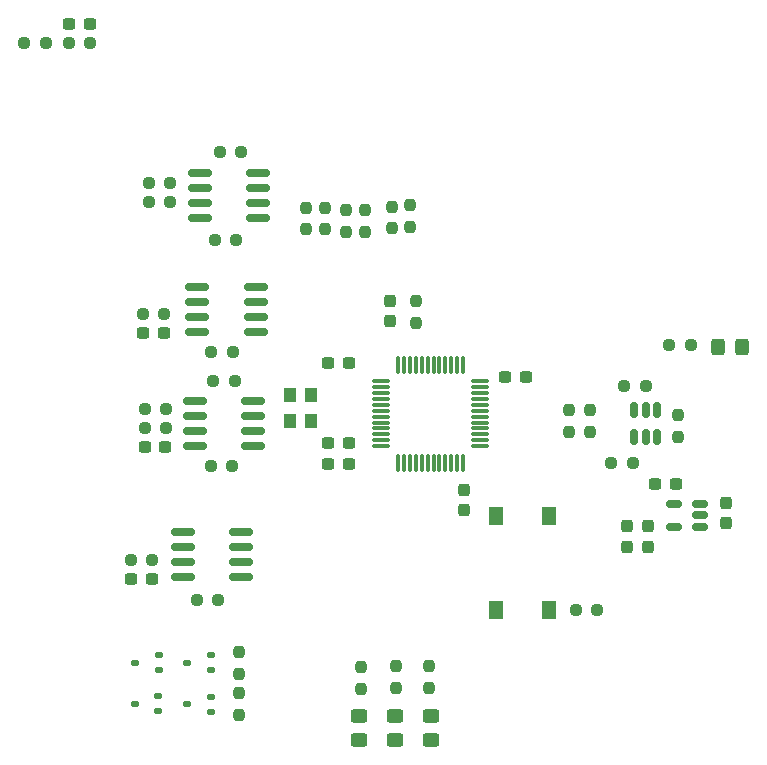
<source format=gbr>
%TF.GenerationSoftware,KiCad,Pcbnew,8.0.0*%
%TF.CreationDate,2024-11-18T17:54:36+03:00*%
%TF.ProjectId,box_bottom,626f785f-626f-4747-946f-6d2e6b696361,rev?*%
%TF.SameCoordinates,Original*%
%TF.FileFunction,Paste,Top*%
%TF.FilePolarity,Positive*%
%FSLAX46Y46*%
G04 Gerber Fmt 4.6, Leading zero omitted, Abs format (unit mm)*
G04 Created by KiCad (PCBNEW 8.0.0) date 2024-11-18 17:54:36*
%MOMM*%
%LPD*%
G01*
G04 APERTURE LIST*
G04 Aperture macros list*
%AMRoundRect*
0 Rectangle with rounded corners*
0 $1 Rounding radius*
0 $2 $3 $4 $5 $6 $7 $8 $9 X,Y pos of 4 corners*
0 Add a 4 corners polygon primitive as box body*
4,1,4,$2,$3,$4,$5,$6,$7,$8,$9,$2,$3,0*
0 Add four circle primitives for the rounded corners*
1,1,$1+$1,$2,$3*
1,1,$1+$1,$4,$5*
1,1,$1+$1,$6,$7*
1,1,$1+$1,$8,$9*
0 Add four rect primitives between the rounded corners*
20,1,$1+$1,$2,$3,$4,$5,0*
20,1,$1+$1,$4,$5,$6,$7,0*
20,1,$1+$1,$6,$7,$8,$9,0*
20,1,$1+$1,$8,$9,$2,$3,0*%
G04 Aperture macros list end*
%ADD10RoundRect,0.112500X0.237500X-0.112500X0.237500X0.112500X-0.237500X0.112500X-0.237500X-0.112500X0*%
%ADD11RoundRect,0.150000X0.150000X-0.512500X0.150000X0.512500X-0.150000X0.512500X-0.150000X-0.512500X0*%
%ADD12RoundRect,0.237500X-0.300000X-0.237500X0.300000X-0.237500X0.300000X0.237500X-0.300000X0.237500X0*%
%ADD13RoundRect,0.237500X0.250000X0.237500X-0.250000X0.237500X-0.250000X-0.237500X0.250000X-0.237500X0*%
%ADD14RoundRect,0.237500X0.237500X-0.250000X0.237500X0.250000X-0.237500X0.250000X-0.237500X-0.250000X0*%
%ADD15RoundRect,0.237500X-0.237500X0.250000X-0.237500X-0.250000X0.237500X-0.250000X0.237500X0.250000X0*%
%ADD16R,1.300000X1.550000*%
%ADD17RoundRect,0.237500X-0.250000X-0.237500X0.250000X-0.237500X0.250000X0.237500X-0.250000X0.237500X0*%
%ADD18RoundRect,0.237500X0.300000X0.237500X-0.300000X0.237500X-0.300000X-0.237500X0.300000X-0.237500X0*%
%ADD19RoundRect,0.150000X0.825000X0.150000X-0.825000X0.150000X-0.825000X-0.150000X0.825000X-0.150000X0*%
%ADD20RoundRect,0.237500X0.237500X-0.300000X0.237500X0.300000X-0.237500X0.300000X-0.237500X-0.300000X0*%
%ADD21RoundRect,0.237500X-0.237500X0.300000X-0.237500X-0.300000X0.237500X-0.300000X0.237500X0.300000X0*%
%ADD22RoundRect,0.150000X0.512500X0.150000X-0.512500X0.150000X-0.512500X-0.150000X0.512500X-0.150000X0*%
%ADD23RoundRect,0.250000X0.450000X-0.325000X0.450000X0.325000X-0.450000X0.325000X-0.450000X-0.325000X0*%
%ADD24RoundRect,0.075000X-0.662500X-0.075000X0.662500X-0.075000X0.662500X0.075000X-0.662500X0.075000X0*%
%ADD25RoundRect,0.075000X-0.075000X-0.662500X0.075000X-0.662500X0.075000X0.662500X-0.075000X0.662500X0*%
%ADD26R,1.000000X1.300000*%
%ADD27RoundRect,0.250000X0.325000X0.450000X-0.325000X0.450000X-0.325000X-0.450000X0.325000X-0.450000X0*%
G04 APERTURE END LIST*
D10*
%TO.C,Q3*%
X202800000Y-132850000D03*
X202800000Y-131550000D03*
X200800000Y-132200000D03*
%TD*%
D11*
%TO.C,U5*%
X238650001Y-109600000D03*
X239600000Y-109600000D03*
X240549999Y-109600000D03*
X240549999Y-107325000D03*
X239600000Y-107325000D03*
X238650001Y-107325000D03*
%TD*%
D12*
%TO.C,C10*%
X227737500Y-104500000D03*
X229462500Y-104500000D03*
%TD*%
D13*
%TO.C,SB5*%
X204800000Y-104799999D03*
X202975000Y-104799999D03*
%TD*%
D14*
%TO.C,R11*%
X233112500Y-109138756D03*
X233112500Y-107313756D03*
%TD*%
D10*
%TO.C,Q1*%
X202800000Y-129337500D03*
X202800000Y-128037500D03*
X200800000Y-128687500D03*
%TD*%
D15*
%TO.C,SB12*%
X212464235Y-90144314D03*
X212464235Y-91969314D03*
%TD*%
D13*
%TO.C,SB1*%
X203425000Y-123400000D03*
X201600000Y-123400000D03*
%TD*%
D16*
%TO.C,SW1*%
X231450000Y-116220000D03*
X231450000Y-124180000D03*
X226950000Y-116220000D03*
X226950000Y-124180000D03*
%TD*%
D17*
%TO.C,R7*%
X197175000Y-108800000D03*
X199000000Y-108800000D03*
%TD*%
D18*
%TO.C,C12*%
X242137499Y-113525003D03*
X240412497Y-113525003D03*
%TD*%
D19*
%TO.C,U2*%
X206800000Y-91070000D03*
X206800000Y-89800000D03*
X206800000Y-88530000D03*
X206800000Y-87260000D03*
X201850000Y-87260000D03*
X201850000Y-88530000D03*
X201850000Y-89800000D03*
X201850000Y-91070000D03*
%TD*%
%TO.C,U3*%
X206362500Y-110305000D03*
X206362500Y-109035000D03*
X206362500Y-107765000D03*
X206362500Y-106495000D03*
X201412500Y-106495000D03*
X201412500Y-107765000D03*
X201412500Y-109035000D03*
X201412500Y-110305000D03*
%TD*%
D14*
%TO.C,R17*%
X215531572Y-130869860D03*
X215531572Y-129044860D03*
%TD*%
D17*
%TO.C,R4*%
X196000001Y-119999999D03*
X197825001Y-119999999D03*
%TD*%
D20*
%TO.C,C9*%
X218000000Y-99762501D03*
X218000000Y-98037499D03*
%TD*%
D14*
%TO.C,R19*%
X221259137Y-130799149D03*
X221259137Y-128974149D03*
%TD*%
D17*
%TO.C,R8*%
X197175000Y-107200000D03*
X199000000Y-107200000D03*
%TD*%
D15*
%TO.C,R3*%
X205200000Y-127775000D03*
X205200000Y-129600000D03*
%TD*%
D18*
%TO.C,C6*%
X214462501Y-111900000D03*
X212737499Y-111900000D03*
%TD*%
%TO.C,C8*%
X214462501Y-103300000D03*
X212737499Y-103300000D03*
%TD*%
D13*
%TO.C,SB4*%
X204600000Y-112000000D03*
X202775000Y-112000000D03*
%TD*%
D12*
%TO.C,C3*%
X197062499Y-100765000D03*
X198787501Y-100765000D03*
%TD*%
D19*
%TO.C,U1*%
X205368463Y-121459038D03*
X205368463Y-120189038D03*
X205368463Y-118919038D03*
X205368463Y-117649038D03*
X200418463Y-117649038D03*
X200418463Y-118919038D03*
X200418463Y-120189038D03*
X200418463Y-121459038D03*
%TD*%
D21*
%TO.C,C14*%
X238000000Y-117137499D03*
X238000000Y-118862501D03*
%TD*%
D14*
%TO.C,SB9*%
X219676724Y-91763921D03*
X219676724Y-89938921D03*
%TD*%
%TO.C,SB11*%
X214258347Y-92188185D03*
X214258347Y-90363185D03*
%TD*%
D21*
%TO.C,C11*%
X246400000Y-115137499D03*
X246400000Y-116862501D03*
%TD*%
D17*
%TO.C,R6*%
X197537500Y-88060000D03*
X199362500Y-88060000D03*
%TD*%
D10*
%TO.C,Q2*%
X198400000Y-129337500D03*
X198400000Y-128037500D03*
X196400000Y-128687500D03*
%TD*%
D22*
%TO.C,U7*%
X244242498Y-117155001D03*
X244242498Y-116205002D03*
X244242498Y-115255003D03*
X241967498Y-115255003D03*
X241967498Y-117155001D03*
%TD*%
D12*
%TO.C,C5*%
X190799999Y-74600000D03*
X192525001Y-74600000D03*
%TD*%
D17*
%TO.C,R9*%
X197012500Y-99165000D03*
X198837500Y-99165000D03*
%TD*%
D12*
%TO.C,C1*%
X196050000Y-121600000D03*
X197775002Y-121600000D03*
%TD*%
D14*
%TO.C,R18*%
X218430710Y-130799149D03*
X218430710Y-128974149D03*
%TD*%
D21*
%TO.C,C13*%
X239800003Y-117137499D03*
X239800003Y-118862501D03*
%TD*%
D15*
%TO.C,SB10*%
X215858347Y-90363185D03*
X215858347Y-92188185D03*
%TD*%
D23*
%TO.C,D3*%
X218359999Y-135224999D03*
X218359999Y-133175001D03*
%TD*%
D10*
%TO.C,Q4*%
X198335919Y-132789038D03*
X198335919Y-131489038D03*
X196335919Y-132139038D03*
%TD*%
D14*
%TO.C,SB7*%
X220200000Y-99912500D03*
X220200000Y-98087500D03*
%TD*%
D23*
%TO.C,D2*%
X215319998Y-135224999D03*
X215319998Y-133175001D03*
%TD*%
D19*
%TO.C,U4*%
X206600000Y-100670000D03*
X206600000Y-99400000D03*
X206600000Y-98130000D03*
X206600000Y-96860000D03*
X201650000Y-96860000D03*
X201650000Y-98130000D03*
X201650000Y-99400000D03*
X201650000Y-100670000D03*
%TD*%
D23*
%TO.C,D4*%
X221400000Y-135224999D03*
X221400000Y-133175001D03*
%TD*%
D14*
%TO.C,R15*%
X205200000Y-133112500D03*
X205200000Y-131287500D03*
%TD*%
%TO.C,R1*%
X242312500Y-109538756D03*
X242312500Y-107713756D03*
%TD*%
%TO.C,SB13*%
X210864234Y-91969314D03*
X210864234Y-90144314D03*
%TD*%
D21*
%TO.C,C7*%
X224200000Y-114037499D03*
X224200000Y-115762501D03*
%TD*%
D17*
%TO.C,R2*%
X237799999Y-105226256D03*
X239624999Y-105226256D03*
%TD*%
%TO.C,R13*%
X186975000Y-76200000D03*
X188800000Y-76200000D03*
%TD*%
%TO.C,R5*%
X197537500Y-89660000D03*
X199362500Y-89660000D03*
%TD*%
D13*
%TO.C,R10*%
X238512500Y-111800000D03*
X236687500Y-111800000D03*
%TD*%
%TO.C,R16*%
X243408463Y-101815761D03*
X241583463Y-101815761D03*
%TD*%
%TO.C,SB6*%
X204637500Y-102365000D03*
X202812500Y-102365000D03*
%TD*%
D12*
%TO.C,C2*%
X197224999Y-110400000D03*
X198950001Y-110400000D03*
%TD*%
D24*
%TO.C,U6*%
X217237500Y-104850000D03*
X217237500Y-105350000D03*
X217237500Y-105850000D03*
X217237500Y-106350000D03*
X217237500Y-106850000D03*
X217237500Y-107350000D03*
X217237500Y-107850000D03*
X217237500Y-108350000D03*
X217237500Y-108850000D03*
X217237500Y-109350000D03*
X217237500Y-109850000D03*
X217237500Y-110350000D03*
D25*
X218650000Y-111762500D03*
X219150000Y-111762500D03*
X219650000Y-111762500D03*
X220150000Y-111762500D03*
X220650000Y-111762500D03*
X221150000Y-111762500D03*
X221650000Y-111762500D03*
X222150000Y-111762500D03*
X222650000Y-111762500D03*
X223150000Y-111762500D03*
X223650000Y-111762500D03*
X224150000Y-111762500D03*
D24*
X225562500Y-110350000D03*
X225562500Y-109850000D03*
X225562500Y-109350000D03*
X225562500Y-108850000D03*
X225562500Y-108350000D03*
X225562500Y-107850000D03*
X225562500Y-107350000D03*
X225562500Y-106850000D03*
X225562500Y-106350000D03*
X225562500Y-105850000D03*
X225562500Y-105350000D03*
X225562500Y-104850000D03*
D25*
X224150000Y-103437500D03*
X223650000Y-103437500D03*
X223150000Y-103437500D03*
X222650000Y-103437500D03*
X222150000Y-103437500D03*
X221650000Y-103437500D03*
X221150000Y-103437500D03*
X220650000Y-103437500D03*
X220150000Y-103437500D03*
X219650000Y-103437500D03*
X219150000Y-103437500D03*
X218650000Y-103437500D03*
%TD*%
D17*
%TO.C,R14*%
X190775000Y-76200000D03*
X192600000Y-76200000D03*
%TD*%
D13*
%TO.C,SB2*%
X204962500Y-92860000D03*
X203137500Y-92860000D03*
%TD*%
D18*
%TO.C,C4*%
X214462501Y-110100000D03*
X212737499Y-110100000D03*
%TD*%
D14*
%TO.C,R12*%
X234912499Y-109138756D03*
X234912499Y-107313756D03*
%TD*%
D15*
%TO.C,SB8*%
X218121089Y-90080342D03*
X218121089Y-91905342D03*
%TD*%
D13*
%TO.C,R20*%
X235512500Y-124200000D03*
X233687500Y-124200000D03*
%TD*%
D26*
%TO.C,Y1*%
X209499999Y-106000000D03*
X209499999Y-108200000D03*
X211300001Y-108200000D03*
X211300001Y-106000000D03*
%TD*%
D13*
%TO.C,SB3*%
X205362500Y-85460000D03*
X203537500Y-85460000D03*
%TD*%
D27*
%TO.C,D1*%
X247763602Y-101956064D03*
X245713604Y-101956064D03*
%TD*%
M02*

</source>
